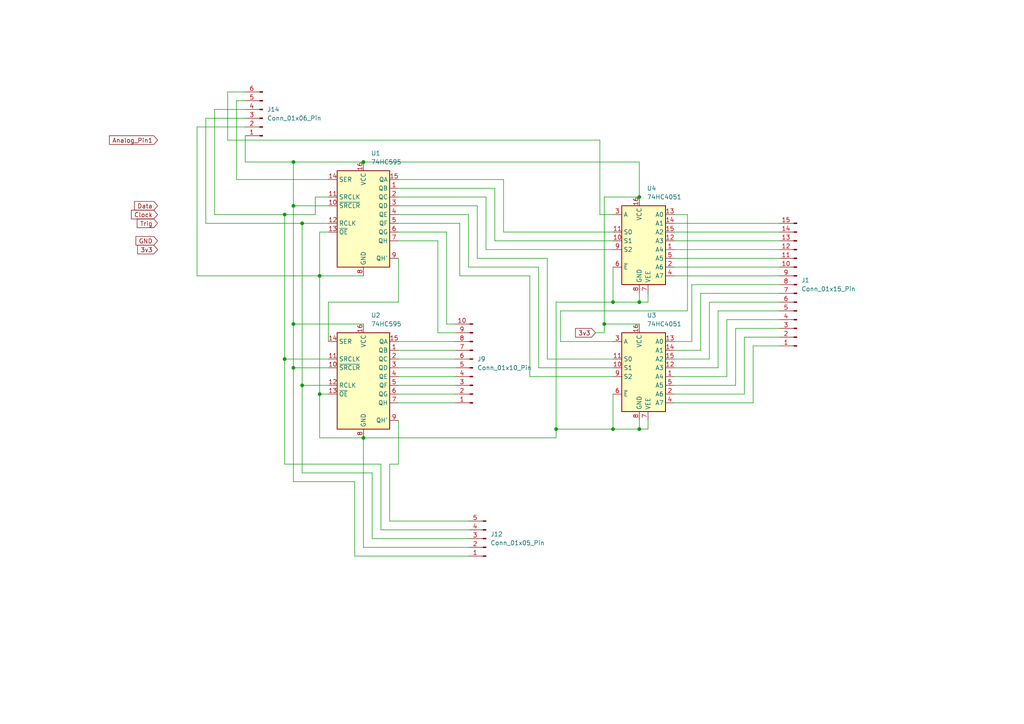
<source format=kicad_sch>
(kicad_sch (version 20231120) (generator "eeschema") (generator_version "8.0")
  (paper "A4")
  (title_block (title "Carte electronique Exodus") (date "2024-12-03") (company "Fablab"))
  (lib_symbols
    (symbol "74xx:74HC4051"
      (property "Reference" "U" (at -5.08 11.43 0))
      (property "Value" "74HC4051" (at -7.62 -13.97 0))
      (symbol "74HC4051_0_1"
        (rectangle (start -5.08 10.16) (end 7.62 -12.7) (stroke (width 0.254)) (fill (type background)))
      )
      (symbol "74HC4051_1_1"
        (pin passive line (at 10.16 -2.54 180) (length 2.54) (name "A4") (number "1"))
        (pin input line (at -7.62 0 0) (length 2.54) (name "S1") (number "10"))
        (pin input line (at -7.62 2.54 0) (length 2.54) (name "S0") (number "11"))
        (pin passive line (at 10.16 0 180) (length 2.54) (name "A3") (number "12"))
        (pin passive line (at 10.16 7.62 180) (length 2.54) (name "A0") (number "13"))
        (pin passive line (at 10.16 5.08 180) (length 2.54) (name "A1") (number "14"))
        (pin passive line (at 10.16 2.54 180) (length 2.54) (name "A2") (number "15"))
        (pin power_in line (at 0 12.7 270) (length 2.54) (name "VCC") (number "16"))
        (pin passive line (at 10.16 -7.62 180) (length 2.54) (name "A6") (number "2"))
        (pin passive line (at -7.62 7.62 0) (length 2.54) (name "A") (number "3"))
        (pin passive line (at 10.16 -10.16 180) (length 2.54) (name "A7") (number "4"))
        (pin passive line (at 10.16 -5.08 180) (length 2.54) (name "A5") (number "5"))
        (pin input line (at -7.62 -7.62 0) (length 2.54) (name "~{E}") (number "6"))
        (pin power_in line (at 2.54 -15.24 90) (length 2.54) (name "VEE") (number "7"))
        (pin power_in line (at 0 -15.24 90) (length 2.54) (name "GND") (number "8"))
        (pin input line (at -7.62 -2.54 0) (length 2.54) (name "S2") (number "9"))
      )
    )
    (symbol "74xx:74HC595"
      (property "Reference" "U" (at -7.62 13.97 0))
      (property "Value" "74HC595" (at -7.62 -16.51 0))
      (symbol "74HC595_1_0"
        (pin tri_state line (at 10.16 7.62 180) (length 2.54) (name "QB") (number "1"))
        (pin input line (at -10.16 2.54 0) (length 2.54) (name "~{SRCLR}") (number "10"))
        (pin input line (at -10.16 5.08 0) (length 2.54) (name "SRCLK") (number "11"))
        (pin input line (at -10.16 -2.54 0) (length 2.54) (name "RCLK") (number "12"))
        (pin input line (at -10.16 -5.08 0) (length 2.54) (name "~{OE}") (number "13"))
        (pin input line (at -10.16 10.16 0) (length 2.54) (name "SER") (number "14"))
        (pin tri_state line (at 10.16 10.16 180) (length 2.54) (name "QA") (number "15"))
        (pin power_in line (at 0 15.24 270) (length 2.54) (name "VCC") (number "16"))
        (pin tri_state line (at 10.16 5.08 180) (length 2.54) (name "QC") (number "2"))
        (pin tri_state line (at 10.16 2.54 180) (length 2.54) (name "QD") (number "3"))
        (pin tri_state line (at 10.16 0 180) (length 2.54) (name "QE") (number "4"))
        (pin tri_state line (at 10.16 -2.54 180) (length 2.54) (name "QF") (number "5"))
        (pin tri_state line (at 10.16 -5.08 180) (length 2.54) (name "QG") (number "6"))
        (pin tri_state line (at 10.16 -7.62 180) (length 2.54) (name "QH") (number "7"))
        (pin power_in line (at 0 -17.78 90) (length 2.54) (name "GND") (number "8"))
        (pin output line (at 10.16 -12.7 180) (length 2.54) (name "QH'") (number "9"))
      )
      (symbol "74HC595_1_1"
        (rectangle (start -7.62 12.7) (end 7.62 -15.24) (stroke (width 0.254)) (fill (type background)))
      )
    )
    (symbol "Connector:Conn_01x05_Pin" (pin_names (offset 1.016) hide)
      (property "Reference" "J" (at 0 7.62 0))
      (property "Value" "Conn_01x05_Pin" (at 0 -7.62 0))
      (symbol "Conn_01x05_Pin_1_1"
        (polyline (pts (xy 1.27 -5.08) (xy 0.8636 -5.08)) (stroke (width 0.1524)))
        (polyline (pts (xy 1.27 -2.54) (xy 0.8636 -2.54)) (stroke (width 0.1524)))
        (polyline (pts (xy 1.27 0) (xy 0.8636 0)) (stroke (width 0.1524)))
        (polyline (pts (xy 1.27 2.54) (xy 0.8636 2.54)) (stroke (width 0.1524)))
        (polyline (pts (xy 1.27 5.08) (xy 0.8636 5.08)) (stroke (width 0.1524)))
        (rectangle (start 0.8636 -4.953) (end 0 -5.207) (stroke (width 0.1524)) (fill (type outline)))
        (rectangle (start 0.8636 -2.413) (end 0 -2.667) (stroke (width 0.1524)) (fill (type outline)))
        (rectangle (start 0.8636 0.127) (end 0 -0.127) (stroke (width 0.1524)) (fill (type outline)))
        (rectangle (start 0.8636 2.667) (end 0 2.413) (stroke (width 0.1524)) (fill (type outline)))
        (rectangle (start 0.8636 5.207) (end 0 4.953) (stroke (width 0.1524)) (fill (type outline)))
        (pin passive line (at 5.08 5.08 180) (length 3.81) (name "Pin_1") (number "1"))
        (pin passive line (at 5.08 2.54 180) (length 3.81) (name "Pin_2") (number "2"))
        (pin passive line (at 5.08 0 180) (length 3.81) (name "Pin_3") (number "3"))
        (pin passive line (at 5.08 -2.54 180) (length 3.81) (name "Pin_4") (number "4"))
        (pin passive line (at 5.08 -5.08 180) (length 3.81) (name "Pin_5") (number "5"))
      )
    )
    (symbol "Connector:Conn_01x06_Pin" (pin_names (offset 1.016) hide)
      (property "Reference" "J" (at 0 7.62 0))
      (property "Value" "Conn_01x06_Pin" (at 0 -10.16 0))
      (symbol "Conn_01x06_Pin_1_1"
        (polyline (pts (xy 1.27 -7.62) (xy 0.8636 -7.62)) (stroke (width 0.1524)))
        (polyline (pts (xy 1.27 -5.08) (xy 0.8636 -5.08)) (stroke (width 0.1524)))
        (polyline (pts (xy 1.27 -2.54) (xy 0.8636 -2.54)) (stroke (width 0.1524)))
        (polyline (pts (xy 1.27 0) (xy 0.8636 0)) (stroke (width 0.1524)))
        (polyline (pts (xy 1.27 2.54) (xy 0.8636 2.54)) (stroke (width 0.1524)))
        (polyline (pts (xy 1.27 5.08) (xy 0.8636 5.08)) (stroke (width 0.1524)))
        (rectangle (start 0.8636 -7.493) (end 0 -7.747) (stroke (width 0.1524)) (fill (type outline)))
        (rectangle (start 0.8636 -4.953) (end 0 -5.207) (stroke (width 0.1524)) (fill (type outline)))
        (rectangle (start 0.8636 -2.413) (end 0 -2.667) (stroke (width 0.1524)) (fill (type outline)))
        (rectangle (start 0.8636 0.127) (end 0 -0.127) (stroke (width 0.1524)) (fill (type outline)))
        (rectangle (start 0.8636 2.667) (end 0 2.413) (stroke (width 0.1524)) (fill (type outline)))
        (rectangle (start 0.8636 5.207) (end 0 4.953) (stroke (width 0.1524)) (fill (type outline)))
        (pin passive line (at 5.08 5.08 180) (length 3.81) (name "Pin_1") (number "1"))
        (pin passive line (at 5.08 2.54 180) (length 3.81) (name "Pin_2") (number "2"))
        (pin passive line (at 5.08 0 180) (length 3.81) (name "Pin_3") (number "3"))
        (pin passive line (at 5.08 -2.54 180) (length 3.81) (name "Pin_4") (number "4"))
        (pin passive line (at 5.08 -5.08 180) (length 3.81) (name "Pin_5") (number "5"))
        (pin passive line (at 5.08 -7.62 180) (length 3.81) (name "Pin_6") (number "6"))
      )
    )
    (symbol "Connector:Conn_01x10_Pin" (pin_names (offset 1.016) hide)
      (property "Reference" "J" (at 0 12.7 0))
      (property "Value" "Conn_01x10_Pin" (at 0 -15.24 0))
      (symbol "Conn_01x10_Pin_1_1"
        (polyline (pts (xy 1.27 -12.7) (xy 0.8636 -12.7)) (stroke (width 0.1524)))
        (polyline (pts (xy 1.27 -10.16) (xy 0.8636 -10.16)) (stroke (width 0.1524)))
        (polyline (pts (xy 1.27 -7.62) (xy 0.8636 -7.62)) (stroke (width 0.1524)))
        (polyline (pts (xy 1.27 -5.08) (xy 0.8636 -5.08)) (stroke (width 0.1524)))
        (polyline (pts (xy 1.27 -2.54) (xy 0.8636 -2.54)) (stroke (width 0.1524)))
        (polyline (pts (xy 1.27 0) (xy 0.8636 0)) (stroke (width 0.1524)))
        (polyline (pts (xy 1.27 2.54) (xy 0.8636 2.54)) (stroke (width 0.1524)))
        (polyline (pts (xy 1.27 5.08) (xy 0.8636 5.08)) (stroke (width 0.1524)))
        (polyline (pts (xy 1.27 7.62) (xy 0.8636 7.62)) (stroke (width 0.1524)))
        (polyline (pts (xy 1.27 10.16) (xy 0.8636 10.16)) (stroke (width 0.1524)))
        (rectangle (start 0.8636 -12.573) (end 0 -12.827) (stroke (width 0.1524)) (fill (type outline)))
        (rectangle (start 0.8636 -10.033) (end 0 -10.287) (stroke (width 0.1524)) (fill (type outline)))
        (rectangle (start 0.8636 -7.493) (end 0 -7.747) (stroke (width 0.1524)) (fill (type outline)))
        (rectangle (start 0.8636 -4.953) (end 0 -5.207) (stroke (width 0.1524)) (fill (type outline)))
        (rectangle (start 0.8636 -2.413) (end 0 -2.667) (stroke (width 0.1524)) (fill (type outline)))
        (rectangle (start 0.8636 0.127) (end 0 -0.127) (stroke (width 0.1524)) (fill (type outline)))
        (rectangle (start 0.8636 2.667) (end 0 2.413) (stroke (width 0.1524)) (fill (type outline)))
        (rectangle (start 0.8636 5.207) (end 0 4.953) (stroke (width 0.1524)) (fill (type outline)))
        (rectangle (start 0.8636 7.747) (end 0 7.493) (stroke (width 0.1524)) (fill (type outline)))
        (rectangle (start 0.8636 10.287) (end 0 10.033) (stroke (width 0.1524)) (fill (type outline)))
        (pin passive line (at 5.08 10.16 180) (length 3.81) (name "Pin_1") (number "1"))
        (pin passive line (at 5.08 -12.7 180) (length 3.81) (name "Pin_10") (number "10"))
        (pin passive line (at 5.08 7.62 180) (length 3.81) (name "Pin_2") (number "2"))
        (pin passive line (at 5.08 5.08 180) (length 3.81) (name "Pin_3") (number "3"))
        (pin passive line (at 5.08 2.54 180) (length 3.81) (name "Pin_4") (number "4"))
        (pin passive line (at 5.08 0 180) (length 3.81) (name "Pin_5") (number "5"))
        (pin passive line (at 5.08 -2.54 180) (length 3.81) (name "Pin_6") (number "6"))
        (pin passive line (at 5.08 -5.08 180) (length 3.81) (name "Pin_7") (number "7"))
        (pin passive line (at 5.08 -7.62 180) (length 3.81) (name "Pin_8") (number "8"))
        (pin passive line (at 5.08 -10.16 180) (length 3.81) (name "Pin_9") (number "9"))
      )
    )
    (symbol "Connector:Conn_01x15_Pin" (pin_names (offset 1.016) hide)
      (property "Reference" "J" (at 0 20.32 0))
      (property "Value" "Conn_01x15_Pin" (at 0 -20.32 0))
      (symbol "Conn_01x15_Pin_1_1"
        (polyline (pts (xy 1.27 -17.78) (xy 0.8636 -17.78)) (stroke (width 0.1524)))
        (polyline (pts (xy 1.27 -15.24) (xy 0.8636 -15.24)) (stroke (width 0.1524)))
        (polyline (pts (xy 1.27 -12.7) (xy 0.8636 -12.7)) (stroke (width 0.1524)))
        (polyline (pts (xy 1.27 -10.16) (xy 0.8636 -10.16)) (stroke (width 0.1524)))
        (polyline (pts (xy 1.27 -7.62) (xy 0.8636 -7.62)) (stroke (width 0.1524)))
        (polyline (pts (xy 1.27 -5.08) (xy 0.8636 -5.08)) (stroke (width 0.1524)))
        (polyline (pts (xy 1.27 -2.54) (xy 0.8636 -2.54)) (stroke (width 0.1524)))
        (polyline (pts (xy 1.27 0) (xy 0.8636 0)) (stroke (width 0.1524)))
        (polyline (pts (xy 1.27 2.54) (xy 0.8636 2.54)) (stroke (width 0.1524)))
        (polyline (pts (xy 1.27 5.08) (xy 0.8636 5.08)) (stroke (width 0.1524)))
        (polyline (pts (xy 1.27 7.62) (xy 0.8636 7.62)) (stroke (width 0.1524)))
        (polyline (pts (xy 1.27 10.16) (xy 0.8636 10.16)) (stroke (width 0.1524)))
        (polyline (pts (xy 1.27 12.7) (xy 0.8636 12.7)) (stroke (width 0.1524)))
        (polyline (pts (xy 1.27 15.24) (xy 0.8636 15.24)) (stroke (width 0.1524)))
        (polyline (pts (xy 1.27 17.78) (xy 0.8636 17.78)) (stroke (width 0.1524)))
        (rectangle (start 0.8636 -17.653) (end 0 -17.907) (stroke (width 0.1524)) (fill (type outline)))
        (rectangle (start 0.8636 -15.113) (end 0 -15.367) (stroke (width 0.1524)) (fill (type outline)))
        (rectangle (start 0.8636 -12.573) (end 0 -12.827) (stroke (width 0.1524)) (fill (type outline)))
        (rectangle (start 0.8636 -10.033) (end 0 -10.287) (stroke (width 0.1524)) (fill (type outline)))
        (rectangle (start 0.8636 -7.493) (end 0 -7.747) (stroke (width 0.1524)) (fill (type outline)))
        (rectangle (start 0.8636 -4.953) (end 0 -5.207) (stroke (width 0.1524)) (fill (type outline)))
        (rectangle (start 0.8636 -2.413) (end 0 -2.667) (stroke (width 0.1524)) (fill (type outline)))
        (rectangle (start 0.8636 0.127) (end 0 -0.127) (stroke (width 0.1524)) (fill (type outline)))
        (rectangle (start 0.8636 2.667) (end 0 2.413) (stroke (width 0.1524)) (fill (type outline)))
        (rectangle (start 0.8636 5.207) (end 0 4.953) (stroke (width 0.1524)) (fill (type outline)))
        (rectangle (start 0.8636 7.747) (end 0 7.493) (stroke (width 0.1524)) (fill (type outline)))
        (rectangle (start 0.8636 10.287) (end 0 10.033) (stroke (width 0.1524)) (fill (type outline)))
        (rectangle (start 0.8636 12.827) (end 0 12.573) (stroke (width 0.1524)) (fill (type outline)))
        (rectangle (start 0.8636 15.367) (end 0 15.113) (stroke (width 0.1524)) (fill (type outline)))
        (rectangle (start 0.8636 17.907) (end 0 17.653) (stroke (width 0.1524)) (fill (type outline)))
        (pin passive line (at 5.08 17.78 180) (length 3.81) (name "Pin_1") (number "1"))
        (pin passive line (at 5.08 -5.08 180) (length 3.81) (name "Pin_10") (number "10"))
        (pin passive line (at 5.08 -7.62 180) (length 3.81) (name "Pin_11") (number "11"))
        (pin passive line (at 5.08 -10.16 180) (length 3.81) (name "Pin_12") (number "12"))
        (pin passive line (at 5.08 -12.7 180) (length 3.81) (name "Pin_13") (number "13"))
        (pin passive line (at 5.08 -15.24 180) (length 3.81) (name "Pin_14") (number "14"))
        (pin passive line (at 5.08 -17.78 180) (length 3.81) (name "Pin_15") (number "15"))
        (pin passive line (at 5.08 15.24 180) (length 3.81) (name "Pin_2") (number "2"))
        (pin passive line (at 5.08 12.7 180) (length 3.81) (name "Pin_3") (number "3"))
        (pin passive line (at 5.08 10.16 180) (length 3.81) (name "Pin_4") (number "4"))
        (pin passive line (at 5.08 7.62 180) (length 3.81) (name "Pin_5") (number "5"))
        (pin passive line (at 5.08 5.08 180) (length 3.81) (name "Pin_6") (number "6"))
        (pin passive line (at 5.08 2.54 180) (length 3.81) (name "Pin_7") (number "7"))
        (pin passive line (at 5.08 0 180) (length 3.81) (name "Pin_8") (number "8"))
        (pin passive line (at 5.08 -2.54 180) (length 3.81) (name "Pin_9") (number "9"))
      )
    )
  )
  (junction (at 185.42 124.46))
  (junction (at 185.42 57.15))
  (junction (at 82.55 104.14))
  (junction (at 161.29 124.46))
  (junction (at 87.63 64.77))
  (junction (at 185.42 87.63))
  (junction (at 82.55 62.23))
  (junction (at 85.09 59.69))
  (junction (at 92.71 80.01))
  (junction (at 105.41 127))
  (junction (at 177.8 124.46))
  (junction (at 85.09 106.68))
  (junction (at 177.8 87.63))
  (junction (at 87.63 111.76))
  (junction (at 105.41 46.99))
  (junction (at 175.26 93.98))
  (junction (at 85.09 93.98))
  (junction (at 92.71 114.3))
  (junction (at 85.09 46.99))
  (wire (pts (xy 226.06 87.63) (xy 205.74 87.63)))
  (wire (pts (xy 226.06 92.71) (xy 210.82 92.71)))
  (wire (pts (xy 107.95 156.21) (xy 135.89 156.21)))
  (wire (pts (xy 115.57 134.62) (xy 113.03 134.62)))
  (wire (pts (xy 91.44 62.23) (xy 91.44 57.15)))
  (wire (pts (xy 199.39 62.23) (xy 199.39 90.17)))
  (wire (pts (xy 115.57 99.06) (xy 132.08 99.06)))
  (wire (pts (xy 115.57 111.76) (xy 132.08 111.76)))
  (wire (pts (xy 68.58 52.07) (xy 68.58 29.21)))
  (wire (pts (xy 95.25 111.76) (xy 87.63 111.76)))
  (wire (pts (xy 71.12 46.99) (xy 71.12 39.37)))
  (wire (pts (xy 59.69 64.77) (xy 87.63 64.77)))
  (wire (pts (xy 115.57 87.63) (xy 95.25 87.63)))
  (wire (pts (xy 105.41 158.75) (xy 135.89 158.75)))
  (wire (pts (xy 91.44 57.15) (xy 95.25 57.15)))
  (wire (pts (xy 161.29 87.63) (xy 177.8 87.63)))
  (wire (pts (xy 175.26 93.98) (xy 185.42 93.98)))
  (wire (pts (xy 158.75 104.14) (xy 158.75 74.93)))
  (wire (pts (xy 87.63 137.16) (xy 107.95 137.16)))
  (wire (pts (xy 175.26 57.15) (xy 185.42 57.15)))
  (wire (pts (xy 146.05 67.31) (xy 146.05 52.07)))
  (wire (pts (xy 85.09 46.99) (xy 105.41 46.99)))
  (wire (pts (xy 203.2 85.09) (xy 226.06 85.09)))
  (wire (pts (xy 115.57 114.3) (xy 132.08 114.3)))
  (wire (pts (xy 203.2 101.6) (xy 203.2 85.09)))
  (wire (pts (xy 133.35 80.01) (xy 153.67 80.01)))
  (wire (pts (xy 208.28 106.68) (xy 195.58 106.68)))
  (wire (pts (xy 68.58 29.21) (xy 71.12 29.21)))
  (wire (pts (xy 129.54 93.98) (xy 132.08 93.98)))
  (wire (pts (xy 195.58 74.93) (xy 226.06 74.93)))
  (wire (pts (xy 195.58 64.77) (xy 226.06 64.77)))
  (wire (pts (xy 92.71 114.3) (xy 95.25 114.3)))
  (wire (pts (xy 85.09 139.7) (xy 102.87 139.7)))
  (wire (pts (xy 177.8 106.68) (xy 156.21 106.68)))
  (wire (pts (xy 59.69 34.29) (xy 59.69 64.77)))
  (wire (pts (xy 195.58 62.23) (xy 199.39 62.23)))
  (wire (pts (xy 177.8 69.85) (xy 143.51 69.85)))
  (wire (pts (xy 115.57 106.68) (xy 132.08 106.68)))
  (wire (pts (xy 127 96.52) (xy 132.08 96.52)))
  (wire (pts (xy 82.55 62.23) (xy 91.44 62.23)))
  (wire (pts (xy 105.41 127) (xy 105.41 158.75)))
  (wire (pts (xy 113.03 134.62) (xy 113.03 151.13)))
  (wire (pts (xy 115.57 121.92) (xy 115.57 134.62)))
  (wire (pts (xy 199.39 90.17) (xy 162.56 90.17)))
  (wire (pts (xy 135.89 62.23) (xy 115.57 62.23)))
  (wire (pts (xy 92.71 127) (xy 105.41 127)))
  (wire (pts (xy 140.97 72.39) (xy 140.97 57.15)))
  (wire (pts (xy 138.43 74.93) (xy 138.43 59.69)))
  (wire (pts (xy 185.42 46.99) (xy 185.42 57.15)))
  (wire (pts (xy 138.43 59.69) (xy 115.57 59.69)))
  (wire (pts (xy 135.89 153.67) (xy 110.49 153.67)))
  (wire (pts (xy 95.25 106.68) (xy 85.09 106.68)))
  (wire (pts (xy 85.09 59.69) (xy 85.09 46.99)))
  (wire (pts (xy 71.12 34.29) (xy 59.69 34.29)))
  (wire (pts (xy 218.44 116.84) (xy 195.58 116.84)))
  (wire (pts (xy 210.82 92.71) (xy 210.82 109.22)))
  (wire (pts (xy 226.06 90.17) (xy 208.28 90.17)))
  (wire (pts (xy 195.58 72.39) (xy 226.06 72.39)))
  (wire (pts (xy 92.71 80.01) (xy 105.41 80.01)))
  (wire (pts (xy 133.35 64.77) (xy 133.35 80.01)))
  (wire (pts (xy 115.57 74.93) (xy 115.57 87.63)))
  (wire (pts (xy 177.8 67.31) (xy 146.05 67.31)))
  (wire (pts (xy 115.57 104.14) (xy 132.08 104.14)))
  (wire (pts (xy 177.8 72.39) (xy 140.97 72.39)))
  (wire (pts (xy 156.21 106.68) (xy 156.21 77.47)))
  (wire (pts (xy 110.49 134.62) (xy 110.49 153.67)))
  (wire (pts (xy 185.42 124.46) (xy 185.42 121.92)))
  (wire (pts (xy 208.28 90.17) (xy 208.28 106.68)))
  (wire (pts (xy 195.58 99.06) (xy 200.66 99.06)))
  (wire (pts (xy 102.87 139.7) (xy 102.87 161.29)))
  (wire (pts (xy 66.04 26.67) (xy 71.12 26.67)))
  (wire (pts (xy 175.26 96.52) (xy 175.26 93.98)))
  (wire (pts (xy 115.57 116.84) (xy 132.08 116.84)))
  (wire (pts (xy 177.8 114.3) (xy 177.8 124.46)))
  (wire (pts (xy 162.56 99.06) (xy 177.8 99.06)))
  (wire (pts (xy 115.57 69.85) (xy 127 69.85)))
  (wire (pts (xy 92.71 114.3) (xy 92.71 127)))
  (wire (pts (xy 177.8 87.63) (xy 185.42 87.63)))
  (wire (pts (xy 68.58 52.07) (xy 95.25 52.07)))
  (wire (pts (xy 115.57 67.31) (xy 129.54 67.31)))
  (wire (pts (xy 205.74 87.63) (xy 205.74 104.14)))
  (wire (pts (xy 85.09 46.99) (xy 71.12 46.99)))
  (wire (pts (xy 195.58 67.31) (xy 226.06 67.31)))
  (wire (pts (xy 175.26 57.15) (xy 175.26 93.98)))
  (wire (pts (xy 177.8 104.14) (xy 158.75 104.14)))
  (wire (pts (xy 105.41 127) (xy 161.29 127)))
  (wire (pts (xy 215.9 114.3) (xy 195.58 114.3)))
  (wire (pts (xy 71.12 31.75) (xy 62.23 31.75)))
  (wire (pts (xy 162.56 90.17) (xy 162.56 99.06)))
  (wire (pts (xy 210.82 109.22) (xy 195.58 109.22)))
  (wire (pts (xy 82.55 104.14) (xy 82.55 134.62)))
  (wire (pts (xy 105.41 46.99) (xy 185.42 46.99)))
  (wire (pts (xy 153.67 109.22) (xy 153.67 80.01)))
  (wire (pts (xy 82.55 62.23) (xy 82.55 104.14)))
  (wire (pts (xy 133.35 64.77) (xy 115.57 64.77)))
  (wire (pts (xy 161.29 127) (xy 161.29 124.46)))
  (wire (pts (xy 62.23 31.75) (xy 62.23 62.23)))
  (wire (pts (xy 218.44 100.33) (xy 218.44 116.84)))
  (wire (pts (xy 82.55 134.62) (xy 110.49 134.62)))
  (wire (pts (xy 105.41 93.98) (xy 85.09 93.98)))
  (wire (pts (xy 158.75 74.93) (xy 138.43 74.93)))
  (wire (pts (xy 226.06 97.79) (xy 215.9 97.79)))
  (wire (pts (xy 185.42 87.63) (xy 185.42 85.09)))
  (wire (pts (xy 95.25 104.14) (xy 82.55 104.14)))
  (wire (pts (xy 115.57 101.6) (xy 132.08 101.6)))
  (wire (pts (xy 226.06 95.25) (xy 213.36 95.25)))
  (wire (pts (xy 135.89 77.47) (xy 135.89 62.23)))
  (wire (pts (xy 195.58 80.01) (xy 226.06 80.01)))
  (wire (pts (xy 113.03 151.13) (xy 135.89 151.13)))
  (wire (pts (xy 92.71 67.31) (xy 95.25 67.31)))
  (wire (pts (xy 226.06 100.33) (xy 218.44 100.33)))
  (wire (pts (xy 107.95 137.16) (xy 107.95 156.21)))
  (wire (pts (xy 173.99 40.64) (xy 173.99 62.23)))
  (wire (pts (xy 127 69.85) (xy 127 96.52)))
  (wire (pts (xy 161.29 124.46) (xy 177.8 124.46)))
  (wire (pts (xy 173.99 62.23) (xy 177.8 62.23)))
  (wire (pts (xy 115.57 57.15) (xy 140.97 57.15)))
  (wire (pts (xy 85.09 93.98) (xy 85.09 106.68)))
  (wire (pts (xy 187.96 85.09) (xy 187.96 87.63)))
  (wire (pts (xy 92.71 67.31) (xy 92.71 80.01)))
  (wire (pts (xy 85.09 59.69) (xy 85.09 93.98)))
  (wire (pts (xy 71.12 36.83) (xy 57.15 36.83)))
  (wire (pts (xy 85.09 59.69) (xy 95.25 59.69)))
  (wire (pts (xy 195.58 69.85) (xy 226.06 69.85)))
  (wire (pts (xy 156.21 77.47) (xy 135.89 77.47)))
  (wire (pts (xy 213.36 95.25) (xy 213.36 111.76)))
  (wire (pts (xy 195.58 101.6) (xy 203.2 101.6)))
  (wire (pts (xy 87.63 64.77) (xy 95.25 64.77)))
  (wire (pts (xy 57.15 36.83) (xy 57.15 80.01)))
  (wire (pts (xy 200.66 99.06) (xy 200.66 82.55)))
  (wire (pts (xy 66.04 40.64) (xy 66.04 26.67)))
  (wire (pts (xy 187.96 124.46) (xy 185.42 124.46)))
  (wire (pts (xy 102.87 161.29) (xy 135.89 161.29)))
  (wire (pts (xy 173.99 40.64) (xy 66.04 40.64)))
  (wire (pts (xy 215.9 97.79) (xy 215.9 114.3)))
  (wire (pts (xy 177.8 77.47) (xy 177.8 87.63)))
  (wire (pts (xy 195.58 77.47) (xy 226.06 77.47)))
  (wire (pts (xy 143.51 69.85) (xy 143.51 54.61)))
  (wire (pts (xy 95.25 87.63) (xy 95.25 99.06)))
  (wire (pts (xy 213.36 111.76) (xy 195.58 111.76)))
  (wire (pts (xy 115.57 109.22) (xy 132.08 109.22)))
  (wire (pts (xy 143.51 54.61) (xy 115.57 54.61)))
  (wire (pts (xy 200.66 82.55) (xy 226.06 82.55)))
  (wire (pts (xy 146.05 52.07) (xy 115.57 52.07)))
  (wire (pts (xy 57.15 80.01) (xy 92.71 80.01)))
  (wire (pts (xy 187.96 87.63) (xy 185.42 87.63)))
  (wire (pts (xy 177.8 124.46) (xy 185.42 124.46)))
  (wire (pts (xy 62.23 62.23) (xy 82.55 62.23)))
  (wire (pts (xy 172.72 96.52) (xy 175.26 96.52)))
  (wire (pts (xy 92.71 80.01) (xy 92.71 114.3)))
  (wire (pts (xy 129.54 67.31) (xy 129.54 93.98)))
  (wire (pts (xy 87.63 64.77) (xy 87.63 111.76)))
  (wire (pts (xy 161.29 87.63) (xy 161.29 124.46)))
  (wire (pts (xy 87.63 111.76) (xy 87.63 137.16)))
  (wire (pts (xy 205.74 104.14) (xy 195.58 104.14)))
  (wire (pts (xy 177.8 109.22) (xy 153.67 109.22)))
  (wire (pts (xy 187.96 121.92) (xy 187.96 124.46)))
  (wire (pts (xy 85.09 106.68) (xy 85.09 139.7)))
  (global_label "3v3" (shape input) (at 172.72 96.52 180) (property "Intersheetrefs" "${INTERSHEET_REFS}" (effects (hide yes))))
  (global_label "GND" (shape input) (at 45.72 69.85 180) (property "Intersheetrefs" "${INTERSHEET_REFS}" (effects (hide yes))))
  (global_label "Analog_Pin1" (shape input) (at 45.72 40.64 180) (property "Intersheetrefs" "${INTERSHEET_REFS}" (effects (hide yes))))
  (global_label "Trig" (shape input) (at 45.72 64.77 180) (property "Intersheetrefs" "${INTERSHEET_REFS}" (effects (hide yes))))
  (global_label "Clock" (shape input) (at 45.72 62.23 180) (property "Intersheetrefs" "${INTERSHEET_REFS}" (effects (hide yes))))
  (global_label "Data" (shape input) (at 45.72 59.69 180) (property "Intersheetrefs" "${INTERSHEET_REFS}" (effects (hide yes))))
  (global_label "3v3" (shape input) (at 45.72 72.39 180) (property "Intersheetrefs" "${INTERSHEET_REFS}" (effects (hide yes))))
  (symbol (lib_id "Connector:Conn_01x15_Pin") (at 231.14 82.55 180) (unit 1)
    (property "Reference" "J1" (at 232.41 81.2799 0) (effects (justify right)))
    (property "Value" "Conn_01x15_Pin" (at 232.41 83.8199 0) (effects (justify right)))
    (property "Footprint" "Connector_PinHeader_2.54mm:PinHeader_1x15_P2.54mm_Vertical" (effects (hide yes)))
    (property "Description" "Generic connector, single row, 01x15, script generated" (effects (hide yes)))
  )
  (symbol (lib_id "Connector:Conn_01x06_Pin") (at 76.2 34.29 180) (unit 1)
    (property "Reference" "J14" (at 77.47 31.7499 0) (effects (justify right)))
    (property "Value" "Conn_01x06_Pin" (at 77.47 34.2899 0) (effects (justify right)))
    (property "Footprint" "Connector_PinHeader_2.54mm:PinHeader_1x06_P2.54mm_Vertical" (effects (hide yes)))
    (property "Description" "Generic connector, single row, 01x06, script generated" (effects (hide yes)))
  )
  (symbol (lib_id "74xx:74HC4051") (at 185.42 106.68 0) (unit 1)
    (property "Reference" "U3" (at 187.6141 91.44 0) (effects (justify left)))
    (property "Value" "74HC4051" (at 187.6141 93.98 0) (effects (justify left)))
    (property "Footprint" "Package_DIP:DIP-16_W7.62mm" (effects (hide yes)))
    (property "Datasheet" "http://www.ti.com/lit/ds/symlink/cd74hc4051.pdf" (effects (hide yes)))
    (property "Description" "8-channel analog multiplexer/demultiplexer, DIP-16/SOIC-16/TSSOP-16" (effects (hide yes)))
  )
  (symbol (lib_id "74xx:74HC595") (at 105.41 109.22 0) (unit 1)
    (property "Reference" "U2" (at 107.6041 91.44 0) (effects (justify left)))
    (property "Value" "74HC595" (at 107.6041 93.98 0) (effects (justify left)))
    (property "Footprint" "Package_DIP:DIP-16_W7.62mm" (effects (hide yes)))
    (property "Datasheet" "http://www.ti.com/lit/ds/symlink/sn74hc595.pdf" (effects (hide yes)))
    (property "Description" "8-bit serial in/out Shift Register 3-State Outputs" (effects (hide yes)))
  )
  (symbol (lib_id "74xx:74HC4051") (at 185.42 69.85 0) (unit 1)
    (property "Reference" "U4" (at 187.6141 54.61 0) (effects (justify left)))
    (property "Value" "74HC4051" (at 187.6141 57.15 0) (effects (justify left)))
    (property "Footprint" "Package_DIP:DIP-16_W7.62mm" (effects (hide yes)))
    (property "Datasheet" "http://www.ti.com/lit/ds/symlink/cd74hc4051.pdf" (effects (hide yes)))
    (property "Description" "8-channel analog multiplexer/demultiplexer, DIP-16/SOIC-16/TSSOP-16" (effects (hide yes)))
  )
  (symbol (lib_id "Connector:Conn_01x10_Pin") (at 137.16 106.68 180) (unit 1)
    (property "Reference" "J9" (at 138.43 104.1399 0) (effects (justify right)))
    (property "Value" "Conn_01x10_Pin" (at 138.43 106.6799 0) (effects (justify right)))
    (property "Footprint" "Connector_PinHeader_2.54mm:PinHeader_1x10_P2.54mm_Vertical" (effects (hide yes)))
    (property "Description" "Generic connector, single row, 01x10, script generated" (effects (hide yes)))
  )
  (symbol (lib_id "Connector:Conn_01x05_Pin") (at 140.97 156.21 180) (unit 1)
    (property "Reference" "J12" (at 142.24 154.9399 0) (effects (justify right)))
    (property "Value" "Conn_01x05_Pin" (at 142.24 157.4799 0) (effects (justify right)))
    (property "Footprint" "Connector_PinHeader_2.54mm:PinHeader_1x05_P2.54mm_Vertical" (effects (hide yes)))
    (property "Description" "Generic connector, single row, 01x05, script generated" (effects (hide yes)))
  )
  (symbol (lib_id "74xx:74HC595") (at 105.41 62.23 0) (unit 1)
    (property "Reference" "U1" (at 107.6041 44.45 0) (effects (justify left)))
    (property "Value" "74HC595" (at 107.6041 46.99 0) (effects (justify left)))
    (property "Footprint" "Package_DIP:DIP-16_W7.62mm" (effects (hide yes)))
    (property "Datasheet" "http://www.ti.com/lit/ds/symlink/sn74hc595.pdf" (effects (hide yes)))
    (property "Description" "8-bit serial in/out Shift Register 3-State Outputs" (effects (hide yes)))
  )
)
</source>
